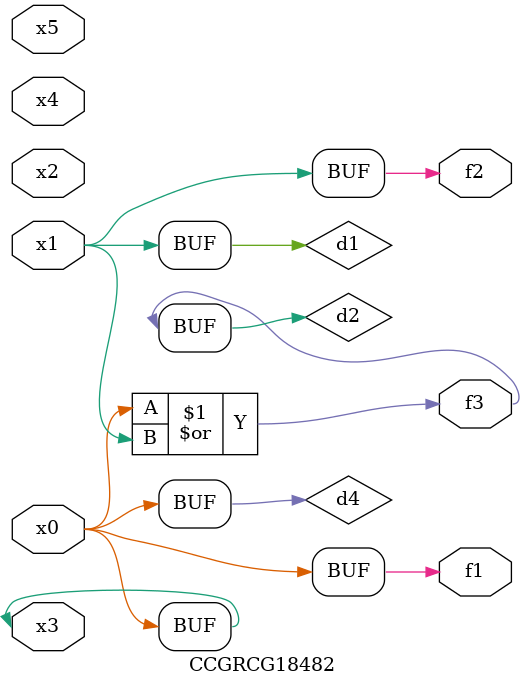
<source format=v>
module CCGRCG18482(
	input x0, x1, x2, x3, x4, x5,
	output f1, f2, f3
);

	wire d1, d2, d3, d4;

	and (d1, x1);
	or (d2, x0, x1);
	nand (d3, x0, x5);
	buf (d4, x0, x3);
	assign f1 = d4;
	assign f2 = d1;
	assign f3 = d2;
endmodule

</source>
